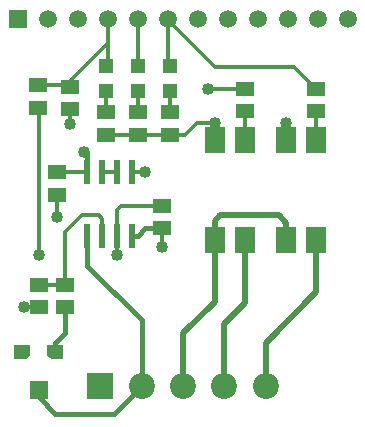
<source format=gbr>
G04 DipTrace 4.0.0.2*
G04 1 - Top.gbr*
%MOIN*%
G04 #@! TF.FileFunction,Copper,L1,Top*
G04 #@! TF.Part,Single*
%AMOUTLINE0*
4,1,5,
-0.027559,-0.011811,
-0.027559,0.023622,
0.027559,0.023622,
0.027559,-0.023622,
-0.011811,-0.023622,
-0.027559,-0.011811,
0*%
%AMOUTLINE3*
4,1,5,
-0.027559,-0.023622,
-0.027559,0.023622,
0.027559,0.023622,
0.027559,-0.011811,
0.015748,-0.023622,
-0.027559,-0.023622,
0*%
G04 #@! TA.AperFunction,Conductor*
%ADD14C,0.012*%
%ADD15C,0.018*%
%ADD16C,0.015*%
%ADD17C,0.02*%
%ADD20R,0.059055X0.051181*%
%ADD21R,0.066929X0.086614*%
G04 #@! TA.AperFunction,ComponentPad*
%ADD22R,0.086614X0.086614*%
%ADD23C,0.086614*%
%ADD24R,0.023622X0.07874*%
%ADD25R,0.062992X0.059055*%
G04 #@! TA.AperFunction,ComponentPad*
%ADD26R,0.059055X0.059055*%
%ADD27C,0.059055*%
%ADD29R,0.047244X0.047244*%
G04 #@! TA.AperFunction,ViaPad*
%ADD30C,0.04*%
%ADD59OUTLINE0*%
%ADD62OUTLINE3*%
%FSLAX26Y26*%
G04*
G70*
G90*
G75*
G01*
G04 Top*
%LPD*%
X606500Y1381500D2*
D14*
Y1306500D1*
X956500Y1269000D2*
Y1206500D1*
X649906Y1667474D2*
Y1617278D1*
X544000Y1006697D2*
X494197D1*
X494000Y1006500D1*
X856500Y1456598D2*
Y1456500D1*
X900251D1*
X1131500Y1563980D2*
Y1621657D1*
X1369000Y1563980D2*
Y1621657D1*
X856500Y1244000D2*
D15*
X875249D1*
X900249Y1269000D1*
X956500D1*
X769000Y1581598D2*
D14*
X875251D1*
X981500D1*
X1031598D1*
X1071657Y1621657D1*
X1131500D1*
X541983Y1745723D2*
X649906D1*
Y1742277D1*
X629777D1*
X773916Y1886416D1*
Y1968803D1*
Y1815255D1*
X769000Y1810339D1*
X706500Y1456598D2*
X606795D1*
X606500Y1456303D1*
X694000Y1525249D2*
D16*
Y1531500D1*
X706500Y1519000D1*
Y1456598D1*
X599118Y856992D2*
D15*
Y886618D1*
X631500Y919000D1*
Y1006500D1*
X1231500Y1563980D2*
D14*
Y1659256D1*
X1110190Y1734059D2*
X1231500D1*
X873916Y1968803D2*
Y1811673D1*
X875251Y1810339D1*
X1469000Y1563980D2*
Y1659256D1*
X1300988Y744000D2*
D17*
Y888488D1*
X1469000Y1056500D1*
Y1229335D1*
X1025398Y744000D2*
Y919148D1*
X1131500Y1025251D1*
Y1229335D1*
Y1294000D1*
X1150251Y1312751D1*
X1344000D1*
X1369000Y1287751D1*
Y1229335D1*
X1163193Y744000D2*
Y950693D1*
X1231500Y1019000D1*
Y1229335D1*
X973916Y1968803D2*
D14*
Y1964084D1*
X1131500Y1806500D1*
X1396559D1*
X1469000Y1734059D1*
X973916Y1968803D2*
Y1817923D1*
X981500Y1810339D1*
X769000Y1727661D2*
Y1656402D1*
X875251Y1727661D2*
Y1656402D1*
X981500Y1727661D2*
Y1656402D1*
X631500Y1081303D2*
Y1256499D1*
X687751Y1312749D1*
X744001D1*
X756500Y1300251D1*
Y1244000D1*
X544000Y1081500D2*
X631303D1*
X631500Y1081303D1*
X887602Y744000D2*
D15*
Y962898D1*
X706500Y1144000D1*
Y1244000D1*
X544000Y729039D2*
Y706499D1*
X600249Y650249D1*
X793852D1*
X887602Y744000D1*
X756500Y1456598D2*
D14*
X806500D1*
Y1244000D2*
Y1181500D1*
X544000D2*
Y1670920D1*
X541983D1*
X806500Y1244000D2*
Y1331500D1*
X819000Y1344000D1*
X956303D1*
X956500Y1343803D1*
D30*
X694000Y1525249D3*
X1110190Y1734059D3*
X806500Y1181500D3*
X544000D3*
X1131500Y1621657D3*
X1369000D3*
X956500Y1206500D3*
X649906Y1617278D3*
X494000Y1006500D3*
X900251Y1456500D3*
X606500Y1306500D3*
D20*
X956500Y1269000D3*
Y1343803D3*
D21*
X1231500Y1563980D3*
X1131500D3*
Y1229335D3*
X1231500D3*
D20*
Y1734059D3*
Y1659256D3*
X649906Y1742277D3*
Y1667474D3*
X544000Y1081500D3*
Y1006697D3*
X631500Y1006500D3*
Y1081303D3*
X541983Y1745723D3*
Y1670920D3*
D22*
X749807Y744000D3*
D23*
X887602D3*
X1025398D3*
X1163193D3*
X1300988D3*
D24*
X706500Y1244000D3*
X756500D3*
X806500D3*
X856500D3*
Y1456598D3*
X806500D3*
X756500D3*
X706500D3*
D20*
X606500Y1381500D3*
Y1456303D3*
D59*
X599118Y856992D3*
D62*
X488882D3*
D25*
X544000Y729039D3*
D21*
X1469000Y1563980D3*
X1369000D3*
Y1229335D3*
X1469000D3*
D20*
Y1734059D3*
Y1659256D3*
D26*
X473916Y1968803D3*
D27*
X573916D3*
X673916D3*
X773916D3*
X873916D3*
X973916D3*
X1073916D3*
X1173916D3*
X1273907D3*
X1373907D3*
X1473907D3*
X1573907D3*
D29*
X769000Y1810339D3*
Y1727661D3*
D20*
Y1656402D3*
Y1581598D3*
D29*
X875251Y1810339D3*
Y1727661D3*
D20*
Y1656402D3*
Y1581598D3*
D29*
X981500Y1810339D3*
Y1727661D3*
D20*
Y1656402D3*
Y1581598D3*
M02*

</source>
